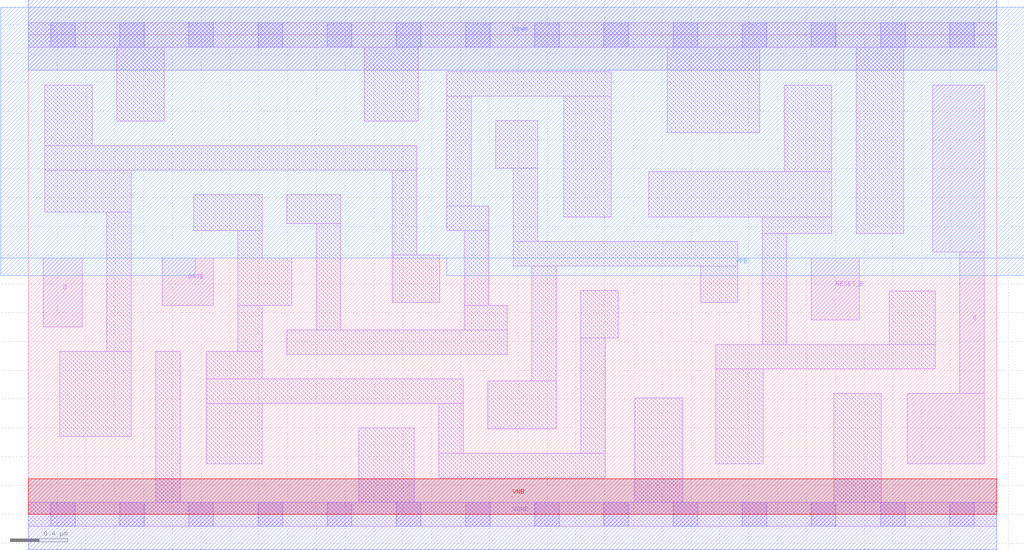
<source format=lef>
# Copyright 2020 The SkyWater PDK Authors
#
# Licensed under the Apache License, Version 2.0 (the "License");
# you may not use this file except in compliance with the License.
# You may obtain a copy of the License at
#
#     https://www.apache.org/licenses/LICENSE-2.0
#
# Unless required by applicable law or agreed to in writing, software
# distributed under the License is distributed on an "AS IS" BASIS,
# WITHOUT WARRANTIES OR CONDITIONS OF ANY KIND, either express or implied.
# See the License for the specific language governing permissions and
# limitations under the License.
#
# SPDX-License-Identifier: Apache-2.0

VERSION 5.7 ;
  NOWIREEXTENSIONATPIN ON ;
  DIVIDERCHAR "/" ;
  BUSBITCHARS "[]" ;
MACRO sky130_fd_sc_hs__dlrtp_1
  CLASS CORE ;
  FOREIGN sky130_fd_sc_hs__dlrtp_1 ;
  ORIGIN  0.000000  0.000000 ;
  SIZE  6.720000 BY  3.330000 ;
  SYMMETRY X Y ;
  SITE unit ;
  PIN D
    ANTENNAGATEAREA  0.208500 ;
    DIRECTION INPUT ;
    USE SIGNAL ;
    PORT
      LAYER li1 ;
        RECT 0.105000 1.300000 0.375000 1.780000 ;
    END
  END D
  PIN Q
    ANTENNADIFFAREA  0.541300 ;
    DIRECTION OUTPUT ;
    USE SIGNAL ;
    PORT
      LAYER li1 ;
        RECT 6.100000 0.350000 6.635000 0.840000 ;
        RECT 6.275000 1.820000 6.635000 2.980000 ;
        RECT 6.465000 0.840000 6.635000 1.820000 ;
    END
  END Q
  PIN RESET_B
    ANTENNAGATEAREA  0.261000 ;
    DIRECTION INPUT ;
    USE SIGNAL ;
    PORT
      LAYER li1 ;
        RECT 5.435000 1.350000 5.765000 1.780000 ;
    END
  END RESET_B
  PIN GATE
    ANTENNAGATEAREA  0.237000 ;
    DIRECTION INPUT ;
    USE CLOCK ;
    PORT
      LAYER li1 ;
        RECT 0.930000 1.450000 1.285000 1.780000 ;
    END
  END GATE
  PIN VGND
    DIRECTION INOUT ;
    USE GROUND ;
    PORT
      LAYER met1 ;
        RECT 0.000000 -0.245000 6.720000 0.245000 ;
    END
  END VGND
  PIN VNB
    DIRECTION INOUT ;
    USE GROUND ;
    PORT
      LAYER pwell ;
        RECT 0.000000 0.000000 6.720000 0.245000 ;
    END
  END VNB
  PIN VPB
    DIRECTION INOUT ;
    USE POWER ;
    PORT
      LAYER nwell ;
        RECT -0.190000 1.660000 1.160000 1.780000 ;
        RECT -0.190000 1.780000 6.910000 3.520000 ;
        RECT  2.905000 1.660000 6.910000 1.780000 ;
    END
  END VPB
  PIN VPWR
    DIRECTION INOUT ;
    USE POWER ;
    PORT
      LAYER met1 ;
        RECT 0.000000 3.085000 6.720000 3.575000 ;
    END
  END VPWR
  OBS
    LAYER li1 ;
      RECT 0.000000 -0.085000 6.720000 0.085000 ;
      RECT 0.000000  3.245000 6.720000 3.415000 ;
      RECT 0.115000  2.100000 0.715000 2.390000 ;
      RECT 0.115000  2.390000 2.695000 2.560000 ;
      RECT 0.115000  2.560000 0.445000 2.980000 ;
      RECT 0.220000  0.540000 0.715000 1.130000 ;
      RECT 0.545000  1.130000 0.715000 2.100000 ;
      RECT 0.615000  2.730000 0.945000 3.245000 ;
      RECT 0.885000  0.085000 1.055000 1.130000 ;
      RECT 1.150000  1.970000 1.625000 2.220000 ;
      RECT 1.235000  0.350000 1.625000 0.770000 ;
      RECT 1.235000  0.770000 3.020000 0.940000 ;
      RECT 1.235000  0.940000 1.625000 1.130000 ;
      RECT 1.455000  1.130000 1.625000 1.450000 ;
      RECT 1.455000  1.450000 1.830000 1.780000 ;
      RECT 1.455000  1.780000 1.625000 1.970000 ;
      RECT 1.795000  1.110000 3.325000 1.280000 ;
      RECT 1.795000  2.020000 2.170000 2.220000 ;
      RECT 2.000000  1.280000 2.170000 2.020000 ;
      RECT 2.295000  0.085000 2.680000 0.600000 ;
      RECT 2.330000  2.730000 2.705000 3.245000 ;
      RECT 2.525000  1.470000 2.855000 1.800000 ;
      RECT 2.525000  1.800000 2.695000 2.390000 ;
      RECT 2.850000  0.255000 4.005000 0.425000 ;
      RECT 2.850000  0.425000 3.020000 0.770000 ;
      RECT 2.905000  1.970000 3.195000 2.140000 ;
      RECT 2.905000  2.140000 3.075000 2.905000 ;
      RECT 2.905000  2.905000 4.045000 3.075000 ;
      RECT 3.025000  1.280000 3.325000 1.450000 ;
      RECT 3.025000  1.450000 3.195000 1.970000 ;
      RECT 3.190000  0.595000 3.665000 0.925000 ;
      RECT 3.245000  2.405000 3.535000 2.735000 ;
      RECT 3.365000  1.725000 4.925000 1.895000 ;
      RECT 3.365000  1.895000 3.535000 2.405000 ;
      RECT 3.495000  0.925000 3.665000 1.725000 ;
      RECT 3.715000  2.065000 4.045000 2.905000 ;
      RECT 3.835000  0.425000 4.005000 1.225000 ;
      RECT 3.835000  1.225000 4.095000 1.555000 ;
      RECT 4.210000  0.085000 4.540000 0.810000 ;
      RECT 4.305000  2.065000 5.575000 2.380000 ;
      RECT 4.435000  2.650000 5.075000 3.245000 ;
      RECT 4.665000  1.470000 4.925000 1.725000 ;
      RECT 4.770000  0.350000 5.100000 1.010000 ;
      RECT 4.770000  1.010000 6.295000 1.180000 ;
      RECT 5.095000  1.180000 5.265000 1.950000 ;
      RECT 5.095000  1.950000 5.575000 2.065000 ;
      RECT 5.245000  2.380000 5.575000 2.980000 ;
      RECT 5.590000  0.085000 5.920000 0.840000 ;
      RECT 5.745000  1.950000 6.075000 3.245000 ;
      RECT 5.975000  1.180000 6.295000 1.550000 ;
    LAYER mcon ;
      RECT 0.155000 -0.085000 0.325000 0.085000 ;
      RECT 0.155000  3.245000 0.325000 3.415000 ;
      RECT 0.635000 -0.085000 0.805000 0.085000 ;
      RECT 0.635000  3.245000 0.805000 3.415000 ;
      RECT 1.115000 -0.085000 1.285000 0.085000 ;
      RECT 1.115000  3.245000 1.285000 3.415000 ;
      RECT 1.595000 -0.085000 1.765000 0.085000 ;
      RECT 1.595000  3.245000 1.765000 3.415000 ;
      RECT 2.075000 -0.085000 2.245000 0.085000 ;
      RECT 2.075000  3.245000 2.245000 3.415000 ;
      RECT 2.555000 -0.085000 2.725000 0.085000 ;
      RECT 2.555000  3.245000 2.725000 3.415000 ;
      RECT 3.035000 -0.085000 3.205000 0.085000 ;
      RECT 3.035000  3.245000 3.205000 3.415000 ;
      RECT 3.515000 -0.085000 3.685000 0.085000 ;
      RECT 3.515000  3.245000 3.685000 3.415000 ;
      RECT 3.995000 -0.085000 4.165000 0.085000 ;
      RECT 3.995000  3.245000 4.165000 3.415000 ;
      RECT 4.475000 -0.085000 4.645000 0.085000 ;
      RECT 4.475000  3.245000 4.645000 3.415000 ;
      RECT 4.955000 -0.085000 5.125000 0.085000 ;
      RECT 4.955000  3.245000 5.125000 3.415000 ;
      RECT 5.435000 -0.085000 5.605000 0.085000 ;
      RECT 5.435000  3.245000 5.605000 3.415000 ;
      RECT 5.915000 -0.085000 6.085000 0.085000 ;
      RECT 5.915000  3.245000 6.085000 3.415000 ;
      RECT 6.395000 -0.085000 6.565000 0.085000 ;
      RECT 6.395000  3.245000 6.565000 3.415000 ;
  END
END sky130_fd_sc_hs__dlrtp_1
END LIBRARY

</source>
